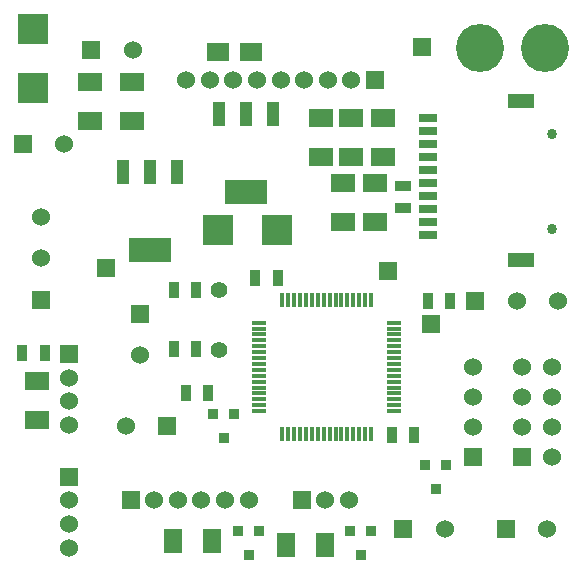
<source format=gts>
G04 (created by PCBNEW (2013-may-18)-stable) date Пт 20 фев 2015 21:26:52*
%MOIN*%
G04 Gerber Fmt 3.4, Leading zero omitted, Abs format*
%FSLAX34Y34*%
G01*
G70*
G90*
G04 APERTURE LIST*
%ADD10C,0.00590551*%
%ADD11R,0.06X0.06*%
%ADD12C,0.06*%
%ADD13R,0.036X0.036*%
%ADD14R,0.144X0.08*%
%ADD15R,0.04X0.08*%
%ADD16R,0.08X0.06*%
%ADD17R,0.06X0.08*%
%ADD18R,0.035X0.055*%
%ADD19R,0.055X0.035*%
%ADD20R,0.062X0.026*%
%ADD21C,0.034*%
%ADD22R,0.086X0.046*%
%ADD23C,0.056*%
%ADD24R,0.0472X0.0118*%
%ADD25R,0.0118X0.0472*%
%ADD26R,0.1004X0.0984*%
%ADD27R,0.0984X0.1004*%
%ADD28R,0.0768X0.0591*%
%ADD29C,0.16*%
G04 APERTURE END LIST*
G54D10*
G54D11*
X26299Y-30433D03*
G54D12*
X26299Y-29055D03*
X26299Y-27677D03*
G54D11*
X40787Y-30472D03*
G54D12*
X42165Y-30472D03*
X43543Y-30472D03*
G54D11*
X38377Y-38070D03*
G54D12*
X39755Y-38070D03*
G54D11*
X29606Y-30896D03*
G54D12*
X29606Y-32274D03*
G54D11*
X27983Y-22125D03*
G54D12*
X29361Y-22125D03*
G54D11*
X30520Y-34645D03*
G54D12*
X29142Y-34645D03*
G54D11*
X25700Y-25236D03*
G54D12*
X27077Y-25236D03*
G54D13*
X32051Y-34245D03*
X32751Y-34245D03*
X32401Y-35045D03*
X36618Y-38143D03*
X37318Y-38143D03*
X36968Y-38943D03*
X32878Y-38143D03*
X33578Y-38143D03*
X33228Y-38943D03*
G54D14*
X33149Y-26851D03*
G54D15*
X33149Y-24251D03*
X32249Y-24251D03*
X34049Y-24251D03*
G54D14*
X29921Y-28780D03*
G54D15*
X29921Y-26180D03*
X29021Y-26180D03*
X30821Y-26180D03*
G54D16*
X26181Y-34429D03*
X26181Y-33129D03*
X36358Y-26535D03*
X36358Y-27835D03*
X35629Y-25669D03*
X35629Y-24369D03*
X36653Y-25669D03*
X36653Y-24369D03*
X37696Y-25669D03*
X37696Y-24369D03*
X37421Y-26535D03*
X37421Y-27835D03*
X29330Y-24468D03*
X29330Y-23168D03*
G54D17*
X30688Y-38464D03*
X31988Y-38464D03*
X34468Y-38622D03*
X35768Y-38622D03*
G54D16*
X27952Y-23168D03*
X27952Y-24468D03*
G54D18*
X31477Y-32086D03*
X30727Y-32086D03*
X25687Y-32204D03*
X26437Y-32204D03*
X31477Y-30118D03*
X30727Y-30118D03*
X34193Y-29724D03*
X33443Y-29724D03*
X31871Y-33543D03*
X31121Y-33543D03*
X39191Y-30472D03*
X39941Y-30472D03*
G54D19*
X38385Y-26632D03*
X38385Y-27382D03*
G54D18*
X37991Y-34960D03*
X38741Y-34960D03*
G54D11*
X42334Y-35673D03*
G54D12*
X43334Y-35673D03*
X42334Y-34673D03*
X43334Y-34673D03*
X42334Y-33673D03*
X43334Y-33673D03*
X42334Y-32673D03*
X43334Y-32673D03*
G54D11*
X40708Y-35673D03*
G54D12*
X40708Y-34673D03*
X40708Y-33673D03*
X40708Y-32673D03*
G54D11*
X39291Y-31259D03*
X39015Y-22007D03*
X28464Y-29370D03*
X37874Y-29468D03*
X37440Y-23110D03*
G54D12*
X36653Y-23110D03*
X35866Y-23110D03*
X35078Y-23110D03*
X34291Y-23110D03*
X33503Y-23110D03*
X32716Y-23110D03*
X31929Y-23110D03*
X31141Y-23110D03*
G54D11*
X29291Y-37125D03*
G54D12*
X30078Y-37125D03*
X30866Y-37125D03*
X31653Y-37125D03*
X32440Y-37125D03*
X33228Y-37125D03*
G54D11*
X27244Y-32244D03*
G54D12*
X27244Y-33031D03*
X27244Y-33818D03*
X27244Y-34606D03*
G54D11*
X35000Y-37125D03*
G54D12*
X35787Y-37125D03*
X36574Y-37125D03*
G54D20*
X39192Y-24372D03*
X39192Y-25242D03*
X39192Y-25672D03*
X39192Y-26102D03*
X39192Y-26542D03*
X39192Y-26972D03*
X39192Y-27402D03*
X39192Y-27842D03*
X39192Y-28272D03*
X39192Y-24816D03*
G54D21*
X43332Y-28072D03*
X43332Y-24922D03*
G54D22*
X42292Y-23822D03*
X42292Y-29122D03*
G54D23*
X32244Y-32102D03*
X32244Y-30102D03*
G54D24*
X33582Y-31201D03*
X33582Y-31398D03*
X33582Y-31595D03*
X33582Y-31792D03*
X33582Y-31989D03*
X33582Y-32185D03*
X33582Y-32382D03*
X33582Y-32579D03*
X33582Y-32775D03*
X33582Y-32972D03*
X33582Y-33169D03*
X33582Y-33365D03*
X33582Y-33562D03*
X33582Y-33759D03*
X33582Y-33956D03*
X33582Y-34153D03*
G54D25*
X34350Y-34921D03*
X34547Y-34921D03*
X34744Y-34921D03*
X34941Y-34921D03*
X35138Y-34921D03*
X35334Y-34921D03*
X35531Y-34921D03*
X35728Y-34921D03*
X35924Y-34921D03*
X36121Y-34921D03*
X36318Y-34921D03*
X36514Y-34921D03*
X36711Y-34921D03*
X36908Y-34921D03*
X37105Y-34921D03*
X37302Y-34921D03*
G54D24*
X38070Y-34153D03*
X38070Y-33956D03*
X38070Y-33759D03*
X38070Y-33562D03*
X38070Y-33365D03*
X38070Y-33169D03*
X38070Y-32972D03*
X38070Y-32775D03*
X38070Y-32579D03*
X38070Y-32382D03*
X38070Y-32185D03*
X38070Y-31989D03*
X38070Y-31792D03*
X38070Y-31595D03*
X38070Y-31398D03*
X38070Y-31201D03*
G54D25*
X37302Y-30433D03*
X37105Y-30433D03*
X36908Y-30433D03*
X36711Y-30433D03*
X36514Y-30433D03*
X36318Y-30433D03*
X36121Y-30433D03*
X35924Y-30433D03*
X35728Y-30433D03*
X35531Y-30433D03*
X35334Y-30433D03*
X35138Y-30433D03*
X34941Y-30433D03*
X34744Y-30433D03*
X34547Y-30433D03*
X34350Y-30433D03*
G54D26*
X32194Y-28110D03*
X34182Y-28110D03*
G54D27*
X26023Y-23395D03*
X26023Y-21407D03*
G54D28*
X32214Y-22165D03*
X33296Y-22165D03*
G54D11*
X41802Y-38070D03*
G54D12*
X43180Y-38070D03*
G54D13*
X39118Y-35938D03*
X39818Y-35938D03*
X39468Y-36738D03*
G54D11*
X27244Y-36338D03*
G54D12*
X27244Y-37125D03*
X27244Y-37913D03*
X27244Y-38700D03*
G54D29*
X43110Y-22047D03*
X40944Y-22047D03*
M02*

</source>
